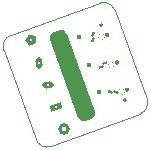
<source format=gtl>
%MOMM*%
%FSLAX34Y34*%
%IPPOS*%
%AMCOMP*
20,1,0.2,0,0.1,0.4,0.1,($1)+(20)*
21,1,0.4,0.2,-0.2,-0.1,($1)+(20)*
1,1,0.4,-1.2,0,($1)+(20)*
4,1,4,1.2,0,1.4,-0.2,1.2,-0.4,1,-0.2,1.2,0,($1)+(20)*
5,1,6,1.2,0.2,0.4,($1)+(20)*
7,0.7,0,0.6,0.5,0.15,($1)+(20)*%
%AMMACR*
21,1,$1,$2,0,0,20*
1,0,$3,0,0,20*%
%AMMACLO*
$4=($1)-($2)*
$5=($1)-($4)*
21,1,$5,$2,0,0,20*
1,1,$4,($4)/(2),0,20*
1,1,$4,($4)/(-2),0,20*
1,0,$3,0,0,20*%
%AMMACPO*
$4=($2)-($1)*
$5=($2)-($4)*
21,1,$1,$5,0,0,20*
1,1,$4,0,($4)/(2),20*
1,1,$4,0,($4)/(-2),20*
1,0,$3,0,0,20*%
%AMMACP*
5,1,$2,0,0,$1,($3)+(20)*
1,0,$4,0,0,20*%
%ADD10C,0.01*%
%ADD11C,1X0.4*%
%ADD12MACR,1X0.5X0.2*%
%ADD13MACLO,1X0.5X0.2*%
%ADD14MACPO,0.5X1X0.2*%
%ADD15MACP,1X5X90X0.2*%
%ADD16COMP,0*%
%ADD17COMP,45*%
%ADD18COMP,-45*%
G75*
%LPD*%
D10*
G01*
X49630Y-24751D02*
X124805Y2611D01*
G03*
X130782Y15428I-3420J9397D01*
G01*
X103420Y90603D01*
G03*
X90603Y96580I-9397J-3420D01*
G01*
X15428Y69218D01*
G03*
X9451Y56401I3420J-9397D01*
G01*
X36813Y-18774D01*
G03*
X49630Y-24751I9397J3420D01*
G01*
G36*
G01*
X79099Y-3383D02*
X83797Y-1673D01*
G03*
X86786Y4735I-1710J4698D01*
G01*
X62844Y70514D01*
G03*
X56436Y73502I-4698J-1710D01*
G01*
X51737Y71792D01*
G03*
X48749Y65383I1710J-4698D01*
G01*
X72690Y-395D01*
G03*
X79099Y-3383I4698J1710D01*
G01*
G37*
D11*
X60305Y-10224D03*
D12*
X53464Y8570D03*
D13*
X46624Y27364D03*
D14*
X39784Y46158D03*
D15*
X32943Y64952D03*
D16*
X93609Y44465D03*
D17*
X85058Y67957D03*
D18*
X102159Y20973D03*
M02*

</source>
